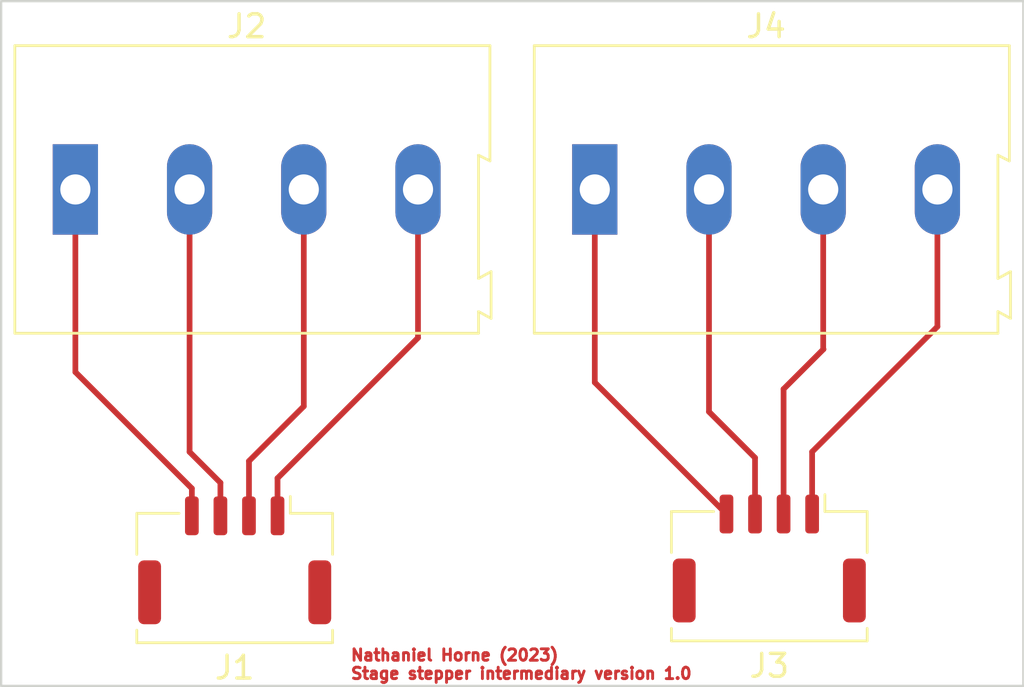
<source format=kicad_pcb>
(kicad_pcb (version 20221018) (generator pcbnew)
  (layers (0 "F.Cu" signal) (31 "B.Cu" signal) (34 "B.Paste" user) (35 "F.Paste" user) (36 "B.SilkS" user "B.Silkscreen") (37 "F.SilkS" user "F.Silkscreen") (38 "B.Mask" user) (39 "F.Mask" user) (44 "Edge.Cuts" user))
  (net 0 "")
  (net 1 "Net-(J1-Pin_1)")
  (net 2 "Net-(J1-Pin_2)")
  (net 3 "Net-(J1-Pin_3)")
  (net 4 "Net-(J1-Pin_4)")
  (net 5 "Net-(J3-Pin_1)")
  (net 6 "Net-(J3-Pin_2)")
  (net 7 "Net-(J3-Pin_3)")
  (net 8 "Net-(J3-Pin_4)")
  (footprint "TerminalBlock:TerminalBlock_Altech_AK300-4_P5.00mm" (layer "F.Cu") (at 136 93.75)
    (fp_text reference "J2" (at 7.5 -7.15) (layer "F.SilkS"))
    (fp_text value "STEPINNER1")
    (fp_line (start -2.65 -6.3) (end 18.15 -6.3) (stroke (width 0.12)) (layer "F.SilkS"))
    (fp_line (start -2.65 6.3) (end -2.65 -6.3) (stroke (width 0.12)) (layer "F.SilkS"))
    (fp_line (start 17.65 -1.5) (end 17.65 3.9) (stroke (width 0.12)) (layer "F.SilkS"))
    (fp_line (start 17.65 3.9) (end 18.2 3.6) (stroke (width 0.12)) (layer "F.SilkS"))
    (fp_line (start 17.65 5.35) (end 17.65 6.3) (stroke (width 0.12)) (layer "F.SilkS"))
    (fp_line (start 17.65 6.3) (end -2.65 6.3) (stroke (width 0.12)) (layer "F.SilkS"))
    (fp_line (start 18.15 -6.3) (end 18.15 -1.25) (stroke (width 0.12)) (layer "F.SilkS"))
    (fp_line (start 18.15 -1.25) (end 17.65 -1.5) (stroke (width 0.12)) (layer "F.SilkS"))
    (fp_line (start 18.2 3.6) (end 18.2 5.65) (stroke (width 0.12)) (layer "F.SilkS"))
    (fp_line (start 18.2 5.65) (end 17.65 5.35) (stroke (width 0.12)) (layer "F.SilkS"))
    (pad "1" thru_hole rect (at 0 0) (size 1.98 3.96) (drill 1.32) (layers "*.Cu" "*.Mask") (net 4 "Net-(J1-Pin_4)"))
    (pad "2" thru_hole oval (at 5 0) (size 1.98 3.96) (drill 1.32) (layers "*.Cu" "*.Mask") (net 3 "Net-(J1-Pin_3)"))
    (pad "3" thru_hole oval (at 10 0) (size 1.98 3.96) (drill 1.32) (layers "*.Cu" "*.Mask") (net 2 "Net-(J1-Pin_2)"))
    (pad "4" thru_hole oval (at 15 0) (size 1.98 3.96) (drill 1.32) (layers "*.Cu" "*.Mask") (net 1 "Net-(J1-Pin_1)"))
  )
  (footprint "Connector_Molex:Molex_CLIK-Mate_502382-0470_1x04-1MP_P1.25mm_Vertical" (layer "F.Cu") (at 142.975 110 180)
    (fp_text reference "J1" (at 0 -4.7) (layer "F.SilkS"))
    (fp_text value "STEP1")
    (fp_line (start -4.285 -3.61) (end 4.285 -3.61) (stroke (width 0.12)) (layer "F.SilkS"))
    (fp_line (start -4.285 -3.06) (end -4.285 -3.61) (stroke (width 0.12)) (layer "F.SilkS"))
    (fp_line (start -4.285 0.26) (end -4.285 2.06) (stroke (width 0.12)) (layer "F.SilkS"))
    (fp_line (start -4.285 2.06) (end -2.435 2.06) (stroke (width 0.12)) (layer "F.SilkS"))
    (fp_line (start -2.435 2.06) (end -2.435 2.8) (stroke (width 0.12)) (layer "F.SilkS"))
    (fp_line (start 4.285 -3.61) (end 4.285 -3.06) (stroke (width 0.12)) (layer "F.SilkS"))
    (fp_line (start 4.285 0.26) (end 4.285 2.06) (stroke (width 0.12)) (layer "F.SilkS"))
    (fp_line (start 4.285 2.06) (end 2.435 2.06) (stroke (width 0.12)) (layer "F.SilkS"))
    (pad "1" smd roundrect (at -1.875 1.95 180) (size 0.6 1.7) (layers "F.Cu" "F.Paste" "F.Mask") (net 1 "Net-(J1-Pin_1)"))
    (pad "2" smd roundrect (at -0.625 1.95 180) (size 0.6 1.7) (layers "F.Cu" "F.Paste" "F.Mask") (net 2 "Net-(J1-Pin_2)"))
    (pad "3" smd roundrect (at 0.625 1.95 180) (size 0.6 1.7) (layers "F.Cu" "F.Paste" "F.Mask") (net 3 "Net-(J1-Pin_3)"))
    (pad "4" smd roundrect (at 1.875 1.95 180) (size 0.6 1.7) (layers "F.Cu" "F.Paste" "F.Mask") (net 4 "Net-(J1-Pin_4)"))
    (pad "MP" smd roundrect (at -3.725 -1.4 180) (size 1 2.8) (layers "F.Cu" "F.Paste" "F.Mask"))
    (pad "MP" smd roundrect (at 3.725 -1.4 180) (size 1 2.8) (layers "F.Cu" "F.Paste" "F.Mask"))
  )
  (footprint "Connector_Molex:Molex_CLIK-Mate_502382-0470_1x04-1MP_P1.25mm_Vertical" (layer "F.Cu") (at 166.38 109.92 180)
    (fp_text reference "J3" (at 0 -4.7) (layer "F.SilkS"))
    (fp_text value "STEP2")
    (fp_line (start -4.285 -3.61) (end 4.285 -3.61) (stroke (width 0.12)) (layer "F.SilkS"))
    (fp_line (start -4.285 -3.06) (end -4.285 -3.61) (stroke (width 0.12)) (layer "F.SilkS"))
    (fp_line (start -4.285 0.26) (end -4.285 2.06) (stroke (width 0.12)) (layer "F.SilkS"))
    (fp_line (start -4.285 2.06) (end -2.435 2.06) (stroke (width 0.12)) (layer "F.SilkS"))
    (fp_line (start -2.435 2.06) (end -2.435 2.8) (stroke (width 0.12)) (layer "F.SilkS"))
    (fp_line (start 4.285 -3.61) (end 4.285 -3.06) (stroke (width 0.12)) (layer "F.SilkS"))
    (fp_line (start 4.285 0.26) (end 4.285 2.06) (stroke (width 0.12)) (layer "F.SilkS"))
    (fp_line (start 4.285 2.06) (end 2.435 2.06) (stroke (width 0.12)) (layer "F.SilkS"))
    (pad "1" smd roundrect (at -1.875 1.95 180) (size 0.6 1.7) (layers "F.Cu" "F.Paste" "F.Mask") (net 5 "Net-(J3-Pin_1)"))
    (pad "2" smd roundrect (at -0.625 1.95 180) (size 0.6 1.7) (layers "F.Cu" "F.Paste" "F.Mask") (net 6 "Net-(J3-Pin_2)"))
    (pad "3" smd roundrect (at 0.625 1.95 180) (size 0.6 1.7) (layers "F.Cu" "F.Paste" "F.Mask") (net 7 "Net-(J3-Pin_3)"))
    (pad "4" smd roundrect (at 1.875 1.95 180) (size 0.6 1.7) (layers "F.Cu" "F.Paste" "F.Mask") (net 8 "Net-(J3-Pin_4)"))
    (pad "MP" smd roundrect (at -3.725 -1.4 180) (size 1 2.8) (layers "F.Cu" "F.Paste" "F.Mask"))
    (pad "MP" smd roundrect (at 3.725 -1.4 180) (size 1 2.8) (layers "F.Cu" "F.Paste" "F.Mask"))
  )
  (footprint "TerminalBlock:TerminalBlock_Altech_AK300-4_P5.00mm" (layer "F.Cu") (at 158.74 93.75)
    (fp_text reference "J4" (at 7.5 -7.15) (layer "F.SilkS"))
    (fp_text value "STEPINNER2")
    (fp_line (start -2.65 -6.3) (end 18.15 -6.3) (stroke (width 0.12)) (layer "F.SilkS"))
    (fp_line (start -2.65 6.3) (end -2.65 -6.3) (stroke (width 0.12)) (layer "F.SilkS"))
    (fp_line (start 17.65 -1.5) (end 17.65 3.9) (stroke (width 0.12)) (layer "F.SilkS"))
    (fp_line (start 17.65 3.9) (end 18.2 3.6) (stroke (width 0.12)) (layer "F.SilkS"))
    (fp_line (start 17.65 5.35) (end 17.65 6.3) (stroke (width 0.12)) (layer "F.SilkS"))
    (fp_line (start 17.65 6.3) (end -2.65 6.3) (stroke (width 0.12)) (layer "F.SilkS"))
    (fp_line (start 18.15 -6.3) (end 18.15 -1.25) (stroke (width 0.12)) (layer "F.SilkS"))
    (fp_line (start 18.15 -1.25) (end 17.65 -1.5) (stroke (width 0.12)) (layer "F.SilkS"))
    (fp_line (start 18.2 3.6) (end 18.2 5.65) (stroke (width 0.12)) (layer "F.SilkS"))
    (fp_line (start 18.2 5.65) (end 17.65 5.35) (stroke (width 0.12)) (layer "F.SilkS"))
    (pad "1" thru_hole rect (at 0 0) (size 1.98 3.96) (drill 1.32) (layers "*.Cu" "*.Mask") (net 8 "Net-(J3-Pin_4)"))
    (pad "2" thru_hole oval (at 5 0) (size 1.98 3.96) (drill 1.32) (layers "*.Cu" "*.Mask") (net 7 "Net-(J3-Pin_3)"))
    (pad "3" thru_hole oval (at 10 0) (size 1.98 3.96) (drill 1.32) (layers "*.Cu" "*.Mask") (net 6 "Net-(J3-Pin_2)"))
    (pad "4" thru_hole oval (at 15 0) (size 1.98 3.96) (drill 1.32) (layers "*.Cu" "*.Mask") (net 5 "Net-(J3-Pin_1)"))
  )
  (gr_rect (start 132.75 85.5) (end 177.5 115.5) (stroke (width 0.1)) (fill none) (layer "Edge.Cuts"))
  (gr_text "Nathaniel Horne (2023)\nStage stepper intermediary version 1.0" (at 148 115.25) (layer "F.Cu") (effects (font (size 0.5 0.5) (thickness 0.125) bold) (justify left bottom)))
  (segment (start 144.85 108.05) (end 144.85 106.4) (width 0.25) (layer "F.Cu") (net 1))
  (segment (start 151 100.25) (end 151 93.75) (width 0.25) (layer "F.Cu") (net 1))
  (segment (start 144.85 106.4) (end 151 100.25) (width 0.25) (layer "F.Cu") (net 1))
  (segment (start 143.6 105.65) (end 143.6 108.05) (width 0.25) (layer "F.Cu") (net 2))
  (segment (start 146 93.75) (end 146 103.25) (width 0.25) (layer "F.Cu") (net 2))
  (segment (start 146 103.25) (end 143.6 105.65) (width 0.25) (layer "F.Cu") (net 2))
  (segment (start 142.35 108.05) (end 142.35 106.6) (width 0.25) (layer "F.Cu") (net 3))
  (segment (start 141 105.25) (end 142.35 106.6) (width 0.25) (layer "F.Cu") (net 3))
  (segment (start 141 93.75) (end 141 105.25) (width 0.25) (layer "F.Cu") (net 3))
  (segment (start 141.1 106.85) (end 136 101.75) (width 0.25) (layer "F.Cu") (net 4))
  (segment (start 141.1 108.05) (end 141.1 106.85) (width 0.25) (layer "F.Cu") (net 4))
  (segment (start 136 101.75) (end 136 93.75) (width 0.25) (layer "F.Cu") (net 4))
  (segment (start 173.74 99.76) (end 173.74 93.75) (width 0.25) (layer "F.Cu") (net 5))
  (segment (start 168.255 107.97) (end 168.255 105.245) (width 0.25) (layer "F.Cu") (net 5))
  (segment (start 168.255 105.245) (end 173.74 99.76) (width 0.25) (layer "F.Cu") (net 5))
  (segment (start 168.74 100.74) (end 168.74 93.75) (width 0.25) (layer "F.Cu") (net 6))
  (segment (start 167.005 107.97) (end 167.005 102.495) (width 0.25) (layer "F.Cu") (net 6))
  (segment (start 167.005 102.495) (end 168.75 100.75) (width 0.25) (layer "F.Cu") (net 6))
  (segment (start 168.75 100.75) (end 168.74 100.74) (width 0.25) (layer "F.Cu") (net 6))
  (segment (start 165.755 107.97) (end 165.755 105.505) (width 0.25) (layer "F.Cu") (net 7))
  (segment (start 163.74 103.49) (end 163.74 93.75) (width 0.25) (layer "F.Cu") (net 7))
  (segment (start 165.755 105.505) (end 163.74 103.49) (width 0.25) (layer "F.Cu") (net 7))
  (segment (start 158.74 102.205) (end 158.74 93.75) (width 0.25) (layer "F.Cu") (net 8))
  (segment (start 164.505 107.97) (end 158.74 102.205) (width 0.25) (layer "F.Cu") (net 8))
)
</source>
